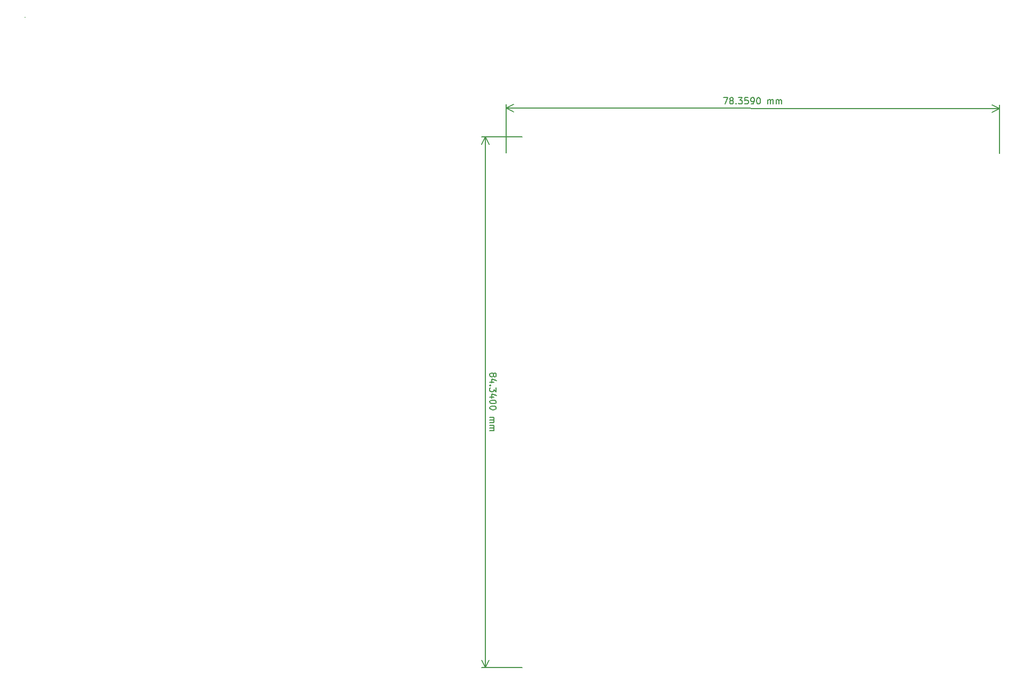
<source format=gbr>
G04 #@! TF.GenerationSoftware,KiCad,Pcbnew,(6.0.4)*
G04 #@! TF.CreationDate,2022-06-04T00:38:41+02:00*
G04 #@! TF.ProjectId,hamodule,68616d6f-6475-46c6-952e-6b696361645f,rev?*
G04 #@! TF.SameCoordinates,Original*
G04 #@! TF.FileFunction,OtherDrawing,Comment*
%FSLAX46Y46*%
G04 Gerber Fmt 4.6, Leading zero omitted, Abs format (unit mm)*
G04 Created by KiCad (PCBNEW (6.0.4)) date 2022-06-04 00:38:41*
%MOMM*%
%LPD*%
G01*
G04 APERTURE LIST*
%ADD10C,0.150000*%
G04 APERTURE END LIST*
D10*
X48663860Y-48254920D02*
X48656240Y-48262540D01*
X159674189Y-61114887D02*
X160340855Y-61115103D01*
X159911960Y-62114964D01*
X160864526Y-61543844D02*
X160769303Y-61496194D01*
X160721700Y-61448560D01*
X160674111Y-61353306D01*
X160674127Y-61305687D01*
X160721777Y-61210464D01*
X160769411Y-61162861D01*
X160864665Y-61115273D01*
X161055141Y-61115334D01*
X161150364Y-61162984D01*
X161197967Y-61210619D01*
X161245555Y-61305872D01*
X161245540Y-61353491D01*
X161197890Y-61448714D01*
X161150256Y-61496318D01*
X161055002Y-61543906D01*
X160864526Y-61543844D01*
X160769272Y-61591432D01*
X160721638Y-61639036D01*
X160673988Y-61734259D01*
X160673926Y-61924735D01*
X160721514Y-62019988D01*
X160769118Y-62067623D01*
X160864341Y-62115273D01*
X161054817Y-62115334D01*
X161150070Y-62067746D01*
X161197705Y-62020143D01*
X161245355Y-61924920D01*
X161245416Y-61734444D01*
X161197828Y-61639190D01*
X161150225Y-61591556D01*
X161055002Y-61543906D01*
X161673895Y-62020297D02*
X161721499Y-62067931D01*
X161673864Y-62115535D01*
X161626261Y-62067901D01*
X161673895Y-62020297D01*
X161673864Y-62115535D01*
X162055141Y-61115659D02*
X162674188Y-61115859D01*
X162340732Y-61496704D01*
X162483589Y-61496750D01*
X162578811Y-61544400D01*
X162626415Y-61592034D01*
X162674003Y-61687288D01*
X162673926Y-61925383D01*
X162626276Y-62020606D01*
X162578642Y-62068209D01*
X162483388Y-62115797D01*
X162197674Y-62115705D01*
X162102451Y-62068055D01*
X162054848Y-62020420D01*
X163578950Y-61116153D02*
X163102760Y-61115998D01*
X163054986Y-61592173D01*
X163102621Y-61544570D01*
X163197874Y-61496981D01*
X163435970Y-61497059D01*
X163531192Y-61544708D01*
X163578796Y-61592343D01*
X163626384Y-61687596D01*
X163626307Y-61925692D01*
X163578657Y-62020914D01*
X163531023Y-62068518D01*
X163435769Y-62116106D01*
X163197674Y-62116029D01*
X163102451Y-62068379D01*
X163054848Y-62020745D01*
X164102436Y-62116322D02*
X164292912Y-62116384D01*
X164388165Y-62068796D01*
X164435800Y-62021192D01*
X164531084Y-61878366D01*
X164578765Y-61687905D01*
X164578888Y-61306953D01*
X164531300Y-61211699D01*
X164483697Y-61164065D01*
X164388474Y-61116415D01*
X164197998Y-61116353D01*
X164102744Y-61163941D01*
X164055110Y-61211545D01*
X164007460Y-61306768D01*
X164007383Y-61544863D01*
X164054971Y-61640116D01*
X164102575Y-61687751D01*
X164197797Y-61735401D01*
X164388273Y-61735463D01*
X164483527Y-61687874D01*
X164531161Y-61640271D01*
X164578811Y-61545048D01*
X165197998Y-61116677D02*
X165293236Y-61116708D01*
X165388459Y-61164358D01*
X165436062Y-61211993D01*
X165483650Y-61307246D01*
X165531208Y-61497738D01*
X165531130Y-61735833D01*
X165483450Y-61926294D01*
X165435800Y-62021516D01*
X165388165Y-62069120D01*
X165292912Y-62116708D01*
X165197674Y-62116677D01*
X165102451Y-62069027D01*
X165054847Y-62021393D01*
X165007259Y-61926139D01*
X164959702Y-61735648D01*
X164959779Y-61497553D01*
X165007460Y-61307092D01*
X165055110Y-61211869D01*
X165102744Y-61164265D01*
X165197998Y-61116677D01*
X166721483Y-62117171D02*
X166721699Y-61450505D01*
X166721668Y-61545743D02*
X166769303Y-61498139D01*
X166864556Y-61450551D01*
X167007413Y-61450597D01*
X167102636Y-61498247D01*
X167150224Y-61593501D01*
X167150055Y-62117310D01*
X167150224Y-61593501D02*
X167197874Y-61498278D01*
X167293128Y-61450690D01*
X167435985Y-61450736D01*
X167531208Y-61498386D01*
X167578796Y-61593640D01*
X167578626Y-62117449D01*
X168054816Y-62117603D02*
X168055032Y-61450937D01*
X168055002Y-61546175D02*
X168102636Y-61498571D01*
X168197890Y-61450983D01*
X168340747Y-61451029D01*
X168435969Y-61498679D01*
X168483558Y-61593933D01*
X168483388Y-62117742D01*
X168483558Y-61593933D02*
X168531207Y-61498710D01*
X168626461Y-61451122D01*
X168769318Y-61451168D01*
X168864541Y-61498818D01*
X168912129Y-61594072D01*
X168911959Y-62117881D01*
X125158500Y-69913500D02*
X125160995Y-62214899D01*
X203517500Y-69938900D02*
X203519995Y-62240299D01*
X125160805Y-62801319D02*
X203519805Y-62826719D01*
X125160805Y-62801319D02*
X203519805Y-62826719D01*
X125160805Y-62801319D02*
X126287119Y-63388105D01*
X125160805Y-62801319D02*
X126287499Y-62215263D01*
X203519805Y-62826719D02*
X202393491Y-62239933D01*
X203519805Y-62826719D02*
X202393111Y-63412775D01*
X123122626Y-105115363D02*
X123170236Y-105020120D01*
X123217851Y-104972497D01*
X123313084Y-104924869D01*
X123360703Y-104924864D01*
X123455946Y-104972474D01*
X123503569Y-105020089D01*
X123551197Y-105115322D01*
X123551216Y-105305798D01*
X123503606Y-105401041D01*
X123455991Y-105448665D01*
X123360757Y-105496293D01*
X123313138Y-105496297D01*
X123217896Y-105448687D01*
X123170272Y-105401073D01*
X123122644Y-105305839D01*
X123122626Y-105115363D01*
X123074998Y-105020129D01*
X123027374Y-104972515D01*
X122932132Y-104924905D01*
X122741656Y-104924923D01*
X122646422Y-104972551D01*
X122598807Y-105020174D01*
X122551197Y-105115417D01*
X122551216Y-105305893D01*
X122598844Y-105401127D01*
X122646467Y-105448741D01*
X122741710Y-105496351D01*
X122932186Y-105496333D01*
X123027420Y-105448705D01*
X123075034Y-105401082D01*
X123122644Y-105305839D01*
X123217982Y-106353449D02*
X122551315Y-106353512D01*
X123598911Y-106115318D02*
X122884603Y-105877290D01*
X122884662Y-106496338D01*
X122646603Y-106877313D02*
X122598988Y-106924936D01*
X122551365Y-106877322D01*
X122598979Y-106829698D01*
X122646603Y-106877313D01*
X122551365Y-106877322D01*
X123551401Y-107258179D02*
X123551459Y-107877227D01*
X123170475Y-107543930D01*
X123170489Y-107686787D01*
X123122879Y-107782029D01*
X123075264Y-107829653D01*
X122980031Y-107877281D01*
X122741936Y-107877304D01*
X122646693Y-107829694D01*
X122599069Y-107782079D01*
X122551441Y-107686846D01*
X122551414Y-107401131D01*
X122599024Y-107305889D01*
X122646639Y-107258265D01*
X123218207Y-108734401D02*
X122551541Y-108734465D01*
X123599137Y-108496270D02*
X122884829Y-108258243D01*
X122884888Y-108877290D01*
X123551609Y-109448655D02*
X123551618Y-109543894D01*
X123504008Y-109639136D01*
X123456393Y-109686760D01*
X123361159Y-109734388D01*
X123170688Y-109782025D01*
X122932593Y-109782048D01*
X122742112Y-109734447D01*
X122646869Y-109686837D01*
X122599246Y-109639222D01*
X122551618Y-109543988D01*
X122551609Y-109448750D01*
X122599219Y-109353508D01*
X122646833Y-109305884D01*
X122742067Y-109258256D01*
X122932538Y-109210619D01*
X123170634Y-109210596D01*
X123361114Y-109258197D01*
X123456357Y-109305807D01*
X123503980Y-109353422D01*
X123551609Y-109448655D01*
X123551699Y-110401036D02*
X123551708Y-110496275D01*
X123504098Y-110591517D01*
X123456483Y-110639141D01*
X123361250Y-110686769D01*
X123170778Y-110734406D01*
X122932683Y-110734428D01*
X122742202Y-110686827D01*
X122646960Y-110639217D01*
X122599336Y-110591603D01*
X122551708Y-110496369D01*
X122551699Y-110401131D01*
X122599309Y-110305889D01*
X122646923Y-110258265D01*
X122742157Y-110210637D01*
X122932629Y-110163000D01*
X123170724Y-110162977D01*
X123361205Y-110210578D01*
X123456447Y-110258188D01*
X123504071Y-110305803D01*
X123551699Y-110401036D01*
X122551843Y-111924941D02*
X123218510Y-111924878D01*
X123123272Y-111924887D02*
X123170896Y-111972501D01*
X123218524Y-112067735D01*
X123218537Y-112210592D01*
X123170927Y-112305834D01*
X123075694Y-112353463D01*
X122551884Y-112353512D01*
X123075694Y-112353463D02*
X123170936Y-112401073D01*
X123218564Y-112496306D01*
X123218578Y-112639163D01*
X123170968Y-112734406D01*
X123075734Y-112782034D01*
X122551925Y-112782084D01*
X122551970Y-113258274D02*
X123218637Y-113258211D01*
X123123398Y-113258220D02*
X123171022Y-113305834D01*
X123218650Y-113401068D01*
X123218664Y-113543925D01*
X123171054Y-113639168D01*
X123075820Y-113686796D01*
X122552011Y-113686846D01*
X123075820Y-113686796D02*
X123171063Y-113734406D01*
X123218691Y-113829639D01*
X123218704Y-113972497D01*
X123171094Y-114067739D01*
X123075861Y-114115367D01*
X122552051Y-114115417D01*
X127706500Y-151713500D02*
X121271579Y-151714110D01*
X127698500Y-67373500D02*
X121263579Y-67374110D01*
X121857999Y-151714055D02*
X121849999Y-67374055D01*
X121857999Y-151714055D02*
X121849999Y-67374055D01*
X121857999Y-151714055D02*
X122444313Y-150587496D01*
X121857999Y-151714055D02*
X121271471Y-150587607D01*
X121849999Y-67374055D02*
X121263685Y-68500614D01*
X121849999Y-67374055D02*
X122436527Y-68500503D01*
M02*

</source>
